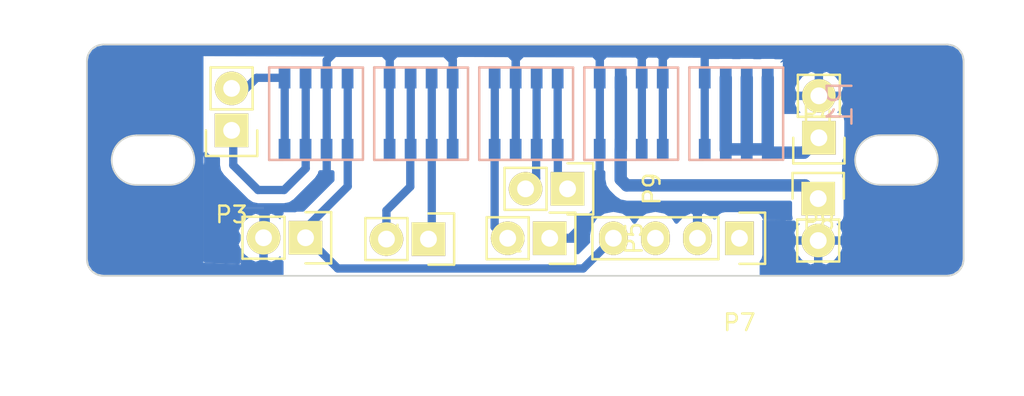
<source format=kicad_pcb>
(kicad_pcb (version 4) (host pcbnew 0.201509280901+6225~30~ubuntu14.04.1-product)

  (general
    (links 45)
    (no_connects 0)
    (area 118.201099 114.943599 171.301101 129.043601)
    (thickness 1.6)
    (drawings 96)
    (tracks 116)
    (zones 0)
    (modules 9)
    (nets 14)
  )

  (page A4)
  (layers
    (0 F.Cu signal)
    (31 B.Cu signal)
    (32 B.Adhes user)
    (33 F.Adhes user)
    (34 B.Paste user)
    (35 F.Paste user)
    (36 B.SilkS user)
    (37 F.SilkS user)
    (38 B.Mask user)
    (39 F.Mask user)
    (40 Dwgs.User user hide)
    (41 Cmts.User user hide)
    (42 Eco1.User user)
    (43 Eco2.User user)
    (44 Edge.Cuts user)
    (45 Margin user)
    (46 B.CrtYd user)
    (47 F.CrtYd user)
    (48 B.Fab user)
    (49 F.Fab user)
  )

  (setup
    (last_trace_width 0.254)
    (trace_clearance 0.254)
    (zone_clearance 0)
    (zone_45_only yes)
    (trace_min 0.254)
    (segment_width 0.2)
    (edge_width 0.1)
    (via_size 0.889)
    (via_drill 0.635)
    (via_min_size 0.889)
    (via_min_drill 0.508)
    (uvia_size 0.508)
    (uvia_drill 0.127)
    (uvias_allowed no)
    (uvia_min_size 0.508)
    (uvia_min_drill 0.127)
    (pcb_text_width 0.3)
    (pcb_text_size 1.5 1.5)
    (mod_edge_width 0.15)
    (mod_text_size 1 1)
    (mod_text_width 0.15)
    (pad_size 1.5 1.5)
    (pad_drill 0.6)
    (pad_to_mask_clearance 0)
    (aux_axis_origin 117.7 129.6)
    (visible_elements FFFFFF7F)
    (pcbplotparams
      (layerselection 0x01000_80000001)
      (usegerberextensions false)
      (excludeedgelayer true)
      (linewidth 0.100000)
      (plotframeref false)
      (viasonmask false)
      (mode 1)
      (useauxorigin true)
      (hpglpennumber 1)
      (hpglpenspeed 20)
      (hpglpendiameter 15)
      (hpglpenoverlay 2)
      (psnegative false)
      (psa4output false)
      (plotreference true)
      (plotvalue true)
      (plotinvisibletext false)
      (padsonsilk false)
      (subtractmaskfromsilk false)
      (outputformat 1)
      (mirror false)
      (drillshape 0)
      (scaleselection 1)
      (outputdirectory manufacturing))
  )

  (net 0 "")
  (net 1 GND)
  (net 2 "Net-(P1-Pad17)")
  (net 3 "Net-(P1-Pad19)")
  (net 4 "Net-(P1-Pad20)")
  (net 5 "Net-(P1-Pad7)")
  (net 6 "Net-(P1-Pad12)")
  (net 7 "Net-(P1-Pad14)")
  (net 8 "Net-(P1-Pad15)")
  (net 9 "Net-(P7-Pad1)")
  (net 10 "Net-(P7-Pad3)")
  (net 11 "Net-(P1-Pad1)")
  (net 12 "Net-(P1-Pad9)")
  (net 13 "Net-(P1-Pad10)")

  (net_class Default "This is the default net class."
    (clearance 0.254)
    (trace_width 0.254)
    (via_dia 0.889)
    (via_drill 0.635)
    (uvia_dia 0.508)
    (uvia_drill 0.127)
  )

  (net_class 3A ""
    (clearance 0.51)
    (trace_width 0.75)
    (via_dia 0.889)
    (via_drill 0.635)
    (uvia_dia 0.508)
    (uvia_drill 0.127)
    (add_net "Net-(P1-Pad1)")
    (add_net "Net-(P1-Pad7)")
  )

  (net_class thicker ""
    (clearance 0.51)
    (trace_width 0.5)
    (via_dia 0.889)
    (via_drill 0.635)
    (uvia_dia 0.508)
    (uvia_drill 0.127)
    (add_net GND)
    (add_net "Net-(P1-Pad10)")
    (add_net "Net-(P1-Pad12)")
    (add_net "Net-(P1-Pad14)")
    (add_net "Net-(P1-Pad15)")
    (add_net "Net-(P1-Pad17)")
    (add_net "Net-(P1-Pad19)")
    (add_net "Net-(P1-Pad20)")
    (add_net "Net-(P1-Pad9)")
    (add_net "Net-(P7-Pad1)")
    (add_net "Net-(P7-Pad3)")
  )

  (module Pin_Headers:Pin_Header_Straight_1x02 (layer F.Cu) (tedit 55F790AF) (tstamp 55F703AE)
    (at 131.47 126.69 270)
    (descr "Through hole pin header")
    (tags "pin header")
    (path /55F6D2AD)
    (fp_text reference P2 (at 0 -5.1 270) (layer F.SilkS)
      (effects (font (size 1 1) (thickness 0.15)))
    )
    (fp_text value 5VDC (at 3.35 1.47 360) (layer F.Fab)
      (effects (font (size 1 1) (thickness 0.15)))
    )
    (fp_line (start 1.27 1.27) (end 1.27 3.81) (layer F.SilkS) (width 0.15))
    (fp_line (start 1.55 -1.55) (end 1.55 0) (layer F.SilkS) (width 0.15))
    (fp_line (start -1.75 -1.75) (end -1.75 4.3) (layer F.CrtYd) (width 0.05))
    (fp_line (start 1.75 -1.75) (end 1.75 4.3) (layer F.CrtYd) (width 0.05))
    (fp_line (start -1.75 -1.75) (end 1.75 -1.75) (layer F.CrtYd) (width 0.05))
    (fp_line (start -1.75 4.3) (end 1.75 4.3) (layer F.CrtYd) (width 0.05))
    (fp_line (start 1.27 1.27) (end -1.27 1.27) (layer F.SilkS) (width 0.15))
    (fp_line (start -1.55 0) (end -1.55 -1.55) (layer F.SilkS) (width 0.15))
    (fp_line (start -1.55 -1.55) (end 1.55 -1.55) (layer F.SilkS) (width 0.15))
    (fp_line (start -1.27 1.27) (end -1.27 3.81) (layer F.SilkS) (width 0.15))
    (fp_line (start -1.27 3.81) (end 1.27 3.81) (layer F.SilkS) (width 0.15))
    (pad 1 thru_hole rect (at 0 0 270) (size 2.032 2.032) (drill 1.016) (layers *.Cu *.Mask F.SilkS)
      (net 2 "Net-(P1-Pad17)"))
    (pad 2 thru_hole oval (at 0 2.54 270) (size 2.032 2.032) (drill 1.016) (layers *.Cu *.Mask F.SilkS)
      (net 1 GND))
    (model Pin_Headers.3dshapes/Pin_Header_Straight_1x02.wrl
      (at (xyz 0 -0.05 0))
      (scale (xyz 1 1 1))
      (rotate (xyz 0 0 90))
    )
  )

  (module Pin_Headers:Pin_Header_Straight_1x02 (layer F.Cu) (tedit 55F790B6) (tstamp 55F703B4)
    (at 127 120.19 180)
    (descr "Through hole pin header")
    (tags "pin header")
    (path /55F6D2AB)
    (fp_text reference P3 (at 0 -5.1 180) (layer F.SilkS)
      (effects (font (size 1 1) (thickness 0.15)))
    )
    (fp_text value THERMISTOR (at 0.89 6.08 180) (layer F.Fab)
      (effects (font (size 1 1) (thickness 0.15)))
    )
    (fp_line (start 1.27 1.27) (end 1.27 3.81) (layer F.SilkS) (width 0.15))
    (fp_line (start 1.55 -1.55) (end 1.55 0) (layer F.SilkS) (width 0.15))
    (fp_line (start -1.75 -1.75) (end -1.75 4.3) (layer F.CrtYd) (width 0.05))
    (fp_line (start 1.75 -1.75) (end 1.75 4.3) (layer F.CrtYd) (width 0.05))
    (fp_line (start -1.75 -1.75) (end 1.75 -1.75) (layer F.CrtYd) (width 0.05))
    (fp_line (start -1.75 4.3) (end 1.75 4.3) (layer F.CrtYd) (width 0.05))
    (fp_line (start 1.27 1.27) (end -1.27 1.27) (layer F.SilkS) (width 0.15))
    (fp_line (start -1.55 0) (end -1.55 -1.55) (layer F.SilkS) (width 0.15))
    (fp_line (start -1.55 -1.55) (end 1.55 -1.55) (layer F.SilkS) (width 0.15))
    (fp_line (start -1.27 1.27) (end -1.27 3.81) (layer F.SilkS) (width 0.15))
    (fp_line (start -1.27 3.81) (end 1.27 3.81) (layer F.SilkS) (width 0.15))
    (pad 1 thru_hole rect (at 0 0 180) (size 2.032 2.032) (drill 1.016) (layers *.Cu *.Mask F.SilkS)
      (net 3 "Net-(P1-Pad19)"))
    (pad 2 thru_hole oval (at 0 2.54 180) (size 2.032 2.032) (drill 1.016) (layers *.Cu *.Mask F.SilkS)
      (net 4 "Net-(P1-Pad20)"))
    (model Pin_Headers.3dshapes/Pin_Header_Straight_1x02.wrl
      (at (xyz 0 -0.05 0))
      (scale (xyz 1 1 1))
      (rotate (xyz 0 0 90))
    )
  )

  (module Pin_Headers:Pin_Header_Straight_1x02 (layer F.Cu) (tedit 55F79039) (tstamp 55F703BA)
    (at 162.46 124.32)
    (descr "Through hole pin header")
    (tags "pin header")
    (path /55F6D2A9)
    (fp_text reference P4 (at 0 -5.1) (layer F.SilkS)
      (effects (font (size 1 1) (thickness 0.15)))
    )
    (fp_text value HEATER (at 4.54 1.27) (layer F.Fab)
      (effects (font (size 1 1) (thickness 0.15)))
    )
    (fp_line (start 1.27 1.27) (end 1.27 3.81) (layer F.SilkS) (width 0.15))
    (fp_line (start 1.55 -1.55) (end 1.55 0) (layer F.SilkS) (width 0.15))
    (fp_line (start -1.75 -1.75) (end -1.75 4.3) (layer F.CrtYd) (width 0.05))
    (fp_line (start 1.75 -1.75) (end 1.75 4.3) (layer F.CrtYd) (width 0.05))
    (fp_line (start -1.75 -1.75) (end 1.75 -1.75) (layer F.CrtYd) (width 0.05))
    (fp_line (start -1.75 4.3) (end 1.75 4.3) (layer F.CrtYd) (width 0.05))
    (fp_line (start 1.27 1.27) (end -1.27 1.27) (layer F.SilkS) (width 0.15))
    (fp_line (start -1.55 0) (end -1.55 -1.55) (layer F.SilkS) (width 0.15))
    (fp_line (start -1.55 -1.55) (end 1.55 -1.55) (layer F.SilkS) (width 0.15))
    (fp_line (start -1.27 1.27) (end -1.27 3.81) (layer F.SilkS) (width 0.15))
    (fp_line (start -1.27 3.81) (end 1.27 3.81) (layer F.SilkS) (width 0.15))
    (pad 1 thru_hole rect (at 0 0) (size 2.032 2.032) (drill 1.016) (layers *.Cu *.Mask F.SilkS)
      (net 5 "Net-(P1-Pad7)"))
    (pad 2 thru_hole oval (at 0 2.54) (size 2.032 2.032) (drill 1.016) (layers *.Cu *.Mask F.SilkS)
      (net 1 GND))
    (model Pin_Headers.3dshapes/Pin_Header_Straight_1x02.wrl
      (at (xyz 0 -0.05 0))
      (scale (xyz 1 1 1))
      (rotate (xyz 0 0 90))
    )
  )

  (module Pin_Headers:Pin_Header_Straight_1x02 (layer F.Cu) (tedit 55F7909F) (tstamp 55F703C0)
    (at 146.23 126.72 270)
    (descr "Through hole pin header")
    (tags "pin header")
    (path /55F6D2AA)
    (fp_text reference P5 (at 0 -5.1 270) (layer F.SilkS)
      (effects (font (size 1 1) (thickness 0.15)))
    )
    (fp_text value BLOWER (at 3.16 1.3 360) (layer F.Fab)
      (effects (font (size 1 1) (thickness 0.15)))
    )
    (fp_line (start 1.27 1.27) (end 1.27 3.81) (layer F.SilkS) (width 0.15))
    (fp_line (start 1.55 -1.55) (end 1.55 0) (layer F.SilkS) (width 0.15))
    (fp_line (start -1.75 -1.75) (end -1.75 4.3) (layer F.CrtYd) (width 0.05))
    (fp_line (start 1.75 -1.75) (end 1.75 4.3) (layer F.CrtYd) (width 0.05))
    (fp_line (start -1.75 -1.75) (end 1.75 -1.75) (layer F.CrtYd) (width 0.05))
    (fp_line (start -1.75 4.3) (end 1.75 4.3) (layer F.CrtYd) (width 0.05))
    (fp_line (start 1.27 1.27) (end -1.27 1.27) (layer F.SilkS) (width 0.15))
    (fp_line (start -1.55 0) (end -1.55 -1.55) (layer F.SilkS) (width 0.15))
    (fp_line (start -1.55 -1.55) (end 1.55 -1.55) (layer F.SilkS) (width 0.15))
    (fp_line (start -1.27 1.27) (end -1.27 3.81) (layer F.SilkS) (width 0.15))
    (fp_line (start -1.27 3.81) (end 1.27 3.81) (layer F.SilkS) (width 0.15))
    (pad 1 thru_hole rect (at 0 0 270) (size 2.032 2.032) (drill 1.016) (layers *.Cu *.Mask F.SilkS)
      (net 1 GND))
    (pad 2 thru_hole oval (at 0 2.54 270) (size 2.032 2.032) (drill 1.016) (layers *.Cu *.Mask F.SilkS)
      (net 6 "Net-(P1-Pad12)"))
    (model Pin_Headers.3dshapes/Pin_Header_Straight_1x02.wrl
      (at (xyz 0 -0.05 0))
      (scale (xyz 1 1 1))
      (rotate (xyz 0 0 90))
    )
  )

  (module Pin_Headers:Pin_Header_Straight_1x02 (layer F.Cu) (tedit 55F790A4) (tstamp 55F703C6)
    (at 138.9 126.77 270)
    (descr "Through hole pin header")
    (tags "pin header")
    (path /55F6D2AE)
    (fp_text reference P6 (at 0 -5.1 270) (layer F.SilkS)
      (effects (font (size 1 1) (thickness 0.15)))
    )
    (fp_text value I2C (at 3.19 1.28 360) (layer F.Fab)
      (effects (font (size 1 1) (thickness 0.15)))
    )
    (fp_line (start 1.27 1.27) (end 1.27 3.81) (layer F.SilkS) (width 0.15))
    (fp_line (start 1.55 -1.55) (end 1.55 0) (layer F.SilkS) (width 0.15))
    (fp_line (start -1.75 -1.75) (end -1.75 4.3) (layer F.CrtYd) (width 0.05))
    (fp_line (start 1.75 -1.75) (end 1.75 4.3) (layer F.CrtYd) (width 0.05))
    (fp_line (start -1.75 -1.75) (end 1.75 -1.75) (layer F.CrtYd) (width 0.05))
    (fp_line (start -1.75 4.3) (end 1.75 4.3) (layer F.CrtYd) (width 0.05))
    (fp_line (start 1.27 1.27) (end -1.27 1.27) (layer F.SilkS) (width 0.15))
    (fp_line (start -1.55 0) (end -1.55 -1.55) (layer F.SilkS) (width 0.15))
    (fp_line (start -1.55 -1.55) (end 1.55 -1.55) (layer F.SilkS) (width 0.15))
    (fp_line (start -1.27 1.27) (end -1.27 3.81) (layer F.SilkS) (width 0.15))
    (fp_line (start -1.27 3.81) (end 1.27 3.81) (layer F.SilkS) (width 0.15))
    (pad 1 thru_hole rect (at 0 0 270) (size 2.032 2.032) (drill 1.016) (layers *.Cu *.Mask F.SilkS)
      (net 7 "Net-(P1-Pad14)"))
    (pad 2 thru_hole oval (at 0 2.54 270) (size 2.032 2.032) (drill 1.016) (layers *.Cu *.Mask F.SilkS)
      (net 8 "Net-(P1-Pad15)"))
    (model Pin_Headers.3dshapes/Pin_Header_Straight_1x02.wrl
      (at (xyz 0 -0.05 0))
      (scale (xyz 1 1 1))
      (rotate (xyz 0 0 90))
    )
  )

  (module Socket_Strips:Socket_Strip_Straight_1x04 (layer F.Cu) (tedit 55F7909D) (tstamp 55F703CE)
    (at 157.7 126.72 180)
    (descr "Through hole socket strip")
    (tags "socket strip")
    (path /55F6D2AF)
    (fp_text reference P7 (at 0 -5.1 180) (layer F.SilkS)
      (effects (font (size 1 1) (thickness 0.15)))
    )
    (fp_text value Arduino_Mini_RAW_GND_RST_VCC (at -2.78 -3.09 180) (layer F.Fab)
      (effects (font (size 1 1) (thickness 0.15)))
    )
    (fp_line (start -1.75 -1.75) (end -1.75 1.75) (layer F.CrtYd) (width 0.05))
    (fp_line (start 9.4 -1.75) (end 9.4 1.75) (layer F.CrtYd) (width 0.05))
    (fp_line (start -1.75 -1.75) (end 9.4 -1.75) (layer F.CrtYd) (width 0.05))
    (fp_line (start -1.75 1.75) (end 9.4 1.75) (layer F.CrtYd) (width 0.05))
    (fp_line (start 1.27 -1.27) (end 8.89 -1.27) (layer F.SilkS) (width 0.15))
    (fp_line (start 1.27 1.27) (end 8.89 1.27) (layer F.SilkS) (width 0.15))
    (fp_line (start -1.55 1.55) (end 0 1.55) (layer F.SilkS) (width 0.15))
    (fp_line (start 8.89 -1.27) (end 8.89 1.27) (layer F.SilkS) (width 0.15))
    (fp_line (start 1.27 1.27) (end 1.27 -1.27) (layer F.SilkS) (width 0.15))
    (fp_line (start 0 -1.55) (end -1.55 -1.55) (layer F.SilkS) (width 0.15))
    (fp_line (start -1.55 -1.55) (end -1.55 1.55) (layer F.SilkS) (width 0.15))
    (pad 1 thru_hole rect (at 0 0 180) (size 1.7272 2.032) (drill 1.016) (layers *.Cu *.Mask F.SilkS)
      (net 9 "Net-(P7-Pad1)"))
    (pad 2 thru_hole oval (at 2.54 0 180) (size 1.7272 2.032) (drill 1.016) (layers *.Cu *.Mask F.SilkS)
      (net 1 GND))
    (pad 3 thru_hole oval (at 5.08 0 180) (size 1.7272 2.032) (drill 1.016) (layers *.Cu *.Mask F.SilkS)
      (net 10 "Net-(P7-Pad3)"))
    (pad 4 thru_hole oval (at 7.62 0 180) (size 1.7272 2.032) (drill 1.016) (layers *.Cu *.Mask F.SilkS)
      (net 2 "Net-(P1-Pad17)"))
    (model Socket_Strips.3dshapes/Socket_Strip_Straight_1x04.wrl
      (at (xyz 0.15 0 0))
      (scale (xyz 1 1 1))
      (rotate (xyz 0 0 180))
    )
  )

  (module fabtotum_head_connector:IntegratedBourns_smd (layer B.Cu) (tedit 553173F0) (tstamp 55F70C2D)
    (at 159.41 119.18 90)
    (path /55F6D637)
    (fp_text reference P1 (at 0.58 4.37 270) (layer B.SilkS)
      (effects (font (size 1.5 1.5) (thickness 0.15)) (justify mirror))
    )
    (fp_text value FABTOTUM_HEAD_CONNECTOR (at 4.02 -8.12 360) (layer B.Fab)
      (effects (font (size 1.5 1.5) (thickness 0.15)) (justify mirror))
    )
    (fp_line (start -2.79 0.92) (end -2.8 -4.74) (layer B.SilkS) (width 0.15))
    (fp_line (start -2.8 -4.74) (end 2.8 -4.74) (layer B.SilkS) (width 0.15))
    (fp_line (start 2.8 -4.74) (end 2.79 0.93) (layer B.SilkS) (width 0.15))
    (fp_line (start 2.79 0.93) (end -2.79 0.93) (layer B.SilkS) (width 0.15))
    (fp_line (start 2.79 -5.42) (end -2.79 -5.42) (layer B.SilkS) (width 0.15))
    (fp_line (start 2.79 -11.77) (end -2.79 -11.77) (layer B.SilkS) (width 0.15))
    (fp_line (start 2.79 -18.12) (end -2.79 -18.12) (layer B.SilkS) (width 0.15))
    (fp_line (start 2.79 -24.47) (end -2.79 -24.47) (layer B.SilkS) (width 0.15))
    (fp_line (start -2.79 -5.43) (end -2.8 -11.09) (layer B.SilkS) (width 0.15))
    (fp_line (start -2.79 -11.78) (end -2.8 -17.44) (layer B.SilkS) (width 0.15))
    (fp_line (start -2.79 -18.13) (end -2.8 -23.79) (layer B.SilkS) (width 0.15))
    (fp_line (start -2.79 -24.48) (end -2.8 -30.14) (layer B.SilkS) (width 0.15))
    (fp_line (start 2.8 -11.09) (end 2.79 -5.42) (layer B.SilkS) (width 0.15))
    (fp_line (start 2.8 -17.44) (end 2.79 -11.77) (layer B.SilkS) (width 0.15))
    (fp_line (start 2.8 -23.79) (end 2.79 -18.12) (layer B.SilkS) (width 0.15))
    (fp_line (start 2.8 -30.14) (end 2.79 -24.47) (layer B.SilkS) (width 0.15))
    (fp_line (start -2.8 -11.09) (end 2.8 -11.09) (layer B.SilkS) (width 0.15))
    (fp_line (start -2.8 -17.44) (end 2.8 -17.44) (layer B.SilkS) (width 0.15))
    (fp_line (start -2.8 -23.79) (end 2.8 -23.79) (layer B.SilkS) (width 0.15))
    (fp_line (start -2.8 -30.14) (end 2.8 -30.14) (layer B.SilkS) (width 0.15))
    (pad 4 smd rect (at -2.16 -3.81 90) (size 1.27 0.71) (layers B.Cu B.Paste B.Mask)
      (net 1 GND))
    (pad 4 smd rect (at 2.16 -3.81 90) (size 1.27 0.71) (layers B.Cu B.Paste B.Mask)
      (net 1 GND))
    (pad 3 smd rect (at -2.16 -2.54 90) (size 1.27 0.71) (layers B.Cu B.Paste B.Mask)
      (net 11 "Net-(P1-Pad1)"))
    (pad 3 smd rect (at 2.16 -2.54 90) (size 1.27 0.71) (layers B.Cu B.Paste B.Mask)
      (net 11 "Net-(P1-Pad1)"))
    (pad 2 smd rect (at -2.16 -1.27 90) (size 1.27 0.71) (layers B.Cu B.Paste B.Mask)
      (net 11 "Net-(P1-Pad1)"))
    (pad 2 smd rect (at 2.16 -1.27 90) (size 1.27 0.71) (layers B.Cu B.Paste B.Mask)
      (net 11 "Net-(P1-Pad1)"))
    (pad 1 smd rect (at -2.16 0 90) (size 1.27 0.71) (layers B.Cu B.Paste B.Mask)
      (net 11 "Net-(P1-Pad1)"))
    (pad 1 smd rect (at 2.16 0 90) (size 1.27 0.71) (layers B.Cu B.Paste B.Mask)
      (net 11 "Net-(P1-Pad1)"))
    (pad 5 smd rect (at -2.16 -6.35 90) (size 1.27 0.71) (layers B.Cu B.Paste B.Mask)
      (net 1 GND))
    (pad 9 smd rect (at -2.16 -12.7 90) (size 1.27 0.71) (layers B.Cu B.Paste B.Mask)
      (net 12 "Net-(P1-Pad9)"))
    (pad 13 smd rect (at -2.16 -19.05 90) (size 1.27 0.71) (layers B.Cu B.Paste B.Mask)
      (net 1 GND))
    (pad 17 smd rect (at -2.16 -25.4 90) (size 1.27 0.71) (layers B.Cu B.Paste B.Mask)
      (net 2 "Net-(P1-Pad17)"))
    (pad 6 smd rect (at -2.16 -7.62 90) (size 1.27 0.71) (layers B.Cu B.Paste B.Mask)
      (net 1 GND))
    (pad 10 smd rect (at -2.16 -13.97 90) (size 1.27 0.71) (layers B.Cu B.Paste B.Mask)
      (net 13 "Net-(P1-Pad10)"))
    (pad 14 smd rect (at -2.16 -20.32 90) (size 1.27 0.71) (layers B.Cu B.Paste B.Mask)
      (net 7 "Net-(P1-Pad14)"))
    (pad 18 smd rect (at -2.16 -26.67 90) (size 1.27 0.71) (layers B.Cu B.Paste B.Mask)
      (net 1 GND))
    (pad 7 smd rect (at -2.16 -8.89 90) (size 1.27 0.71) (layers B.Cu B.Paste B.Mask)
      (net 5 "Net-(P1-Pad7)"))
    (pad 11 smd rect (at -2.16 -15.24 90) (size 1.27 0.71) (layers B.Cu B.Paste B.Mask)
      (net 1 GND))
    (pad 15 smd rect (at -2.16 -21.59 90) (size 1.27 0.71) (layers B.Cu B.Paste B.Mask)
      (net 8 "Net-(P1-Pad15)"))
    (pad 19 smd rect (at -2.16 -27.94 90) (size 1.27 0.71) (layers B.Cu B.Paste B.Mask)
      (net 3 "Net-(P1-Pad19)"))
    (pad 8 smd rect (at -2.16 -10.16 90) (size 1.27 0.71) (layers B.Cu B.Paste B.Mask)
      (net 1 GND))
    (pad 12 smd rect (at -2.16 -16.51 90) (size 1.27 0.71) (layers B.Cu B.Paste B.Mask)
      (net 6 "Net-(P1-Pad12)"))
    (pad 16 smd rect (at -2.16 -22.86 90) (size 1.27 0.71) (layers B.Cu B.Paste B.Mask)
      (net 1 GND))
    (pad 20 smd rect (at -2.16 -29.21 90) (size 1.27 0.71) (layers B.Cu B.Paste B.Mask)
      (net 4 "Net-(P1-Pad20)"))
    (pad 5 smd rect (at 2.16 -6.35 90) (size 1.27 0.71) (layers B.Cu B.Paste B.Mask)
      (net 1 GND))
    (pad 9 smd rect (at 2.16 -12.7 90) (size 1.27 0.71) (layers B.Cu B.Paste B.Mask)
      (net 12 "Net-(P1-Pad9)"))
    (pad 13 smd rect (at 2.16 -19.05 90) (size 1.27 0.71) (layers B.Cu B.Paste B.Mask)
      (net 1 GND))
    (pad 17 smd rect (at 2.16 -25.4 90) (size 1.27 0.71) (layers B.Cu B.Paste B.Mask)
      (net 2 "Net-(P1-Pad17)"))
    (pad 6 smd rect (at 2.16 -7.62 90) (size 1.27 0.71) (layers B.Cu B.Paste B.Mask)
      (net 1 GND))
    (pad 10 smd rect (at 2.16 -13.97 90) (size 1.27 0.71) (layers B.Cu B.Paste B.Mask)
      (net 13 "Net-(P1-Pad10)"))
    (pad 14 smd rect (at 2.16 -20.32 90) (size 1.27 0.71) (layers B.Cu B.Paste B.Mask)
      (net 7 "Net-(P1-Pad14)"))
    (pad 18 smd rect (at 2.16 -26.67 90) (size 1.27 0.71) (layers B.Cu B.Paste B.Mask)
      (net 1 GND))
    (pad 7 smd rect (at 2.16 -8.89 90) (size 1.27 0.71) (layers B.Cu B.Paste B.Mask)
      (net 5 "Net-(P1-Pad7)"))
    (pad 11 smd rect (at 2.16 -15.24 90) (size 1.27 0.71) (layers B.Cu B.Paste B.Mask)
      (net 1 GND))
    (pad 15 smd rect (at 2.16 -21.59 90) (size 1.27 0.71) (layers B.Cu B.Paste B.Mask)
      (net 8 "Net-(P1-Pad15)"))
    (pad 19 smd rect (at 2.16 -27.94 90) (size 1.27 0.71) (layers B.Cu B.Paste B.Mask)
      (net 3 "Net-(P1-Pad19)"))
    (pad 8 smd rect (at 2.16 -10.16 90) (size 1.27 0.71) (layers B.Cu B.Paste B.Mask)
      (net 1 GND))
    (pad 12 smd rect (at 2.16 -16.51 90) (size 1.27 0.71) (layers B.Cu B.Paste B.Mask)
      (net 6 "Net-(P1-Pad12)"))
    (pad 16 smd rect (at 2.16 -22.86 90) (size 1.27 0.71) (layers B.Cu B.Paste B.Mask)
      (net 1 GND))
    (pad 20 smd rect (at 2.16 -29.21 90) (size 1.27 0.71) (layers B.Cu B.Paste B.Mask)
      (net 4 "Net-(P1-Pad20)"))
    (model /store/kicad_projects/FABHeadLibraries/fabtotum_head_connector.pretty/IntegratedBourns_5.wrl
      (at (xyz -0.08500000000000001 0 0))
      (scale (xyz 0.3937 0.3937 0.3937))
      (rotate (xyz 0 0 0))
    )
  )

  (module Pin_Headers:Pin_Header_Straight_1x02 (layer F.Cu) (tedit 55F79040) (tstamp 55F70C33)
    (at 162.5 120.64 180)
    (descr "Through hole pin header")
    (tags "pin header")
    (path /55F6D87A)
    (fp_text reference P8 (at 0 -5.1 180) (layer F.SilkS)
      (effects (font (size 1 1) (thickness 0.15)))
    )
    (fp_text value 24VDC (at -4.58 2.73 180) (layer F.Fab)
      (effects (font (size 1 1) (thickness 0.15)))
    )
    (fp_line (start 1.27 1.27) (end 1.27 3.81) (layer F.SilkS) (width 0.15))
    (fp_line (start 1.55 -1.55) (end 1.55 0) (layer F.SilkS) (width 0.15))
    (fp_line (start -1.75 -1.75) (end -1.75 4.3) (layer F.CrtYd) (width 0.05))
    (fp_line (start 1.75 -1.75) (end 1.75 4.3) (layer F.CrtYd) (width 0.05))
    (fp_line (start -1.75 -1.75) (end 1.75 -1.75) (layer F.CrtYd) (width 0.05))
    (fp_line (start -1.75 4.3) (end 1.75 4.3) (layer F.CrtYd) (width 0.05))
    (fp_line (start 1.27 1.27) (end -1.27 1.27) (layer F.SilkS) (width 0.15))
    (fp_line (start -1.55 0) (end -1.55 -1.55) (layer F.SilkS) (width 0.15))
    (fp_line (start -1.55 -1.55) (end 1.55 -1.55) (layer F.SilkS) (width 0.15))
    (fp_line (start -1.27 1.27) (end -1.27 3.81) (layer F.SilkS) (width 0.15))
    (fp_line (start -1.27 3.81) (end 1.27 3.81) (layer F.SilkS) (width 0.15))
    (pad 1 thru_hole rect (at 0 0 180) (size 2.032 2.032) (drill 1.016) (layers *.Cu *.Mask F.SilkS)
      (net 11 "Net-(P1-Pad1)"))
    (pad 2 thru_hole oval (at 0 2.54 180) (size 2.032 2.032) (drill 1.016) (layers *.Cu *.Mask F.SilkS)
      (net 1 GND))
    (model Pin_Headers.3dshapes/Pin_Header_Straight_1x02.wrl
      (at (xyz 0 -0.05 0))
      (scale (xyz 1 1 1))
      (rotate (xyz 0 0 90))
    )
  )

  (module Pin_Headers:Pin_Header_Straight_1x02 (layer F.Cu) (tedit 54EA090C) (tstamp 55F79890)
    (at 147.31 123.73 270)
    (descr "Through hole pin header")
    (tags "pin header")
    (path /55F79694)
    (fp_text reference P9 (at 0 -5.1 270) (layer F.SilkS)
      (effects (font (size 1 1) (thickness 0.15)))
    )
    (fp_text value SERVO1 (at 0 -3.1 270) (layer F.Fab)
      (effects (font (size 1 1) (thickness 0.15)))
    )
    (fp_line (start 1.27 1.27) (end 1.27 3.81) (layer F.SilkS) (width 0.15))
    (fp_line (start 1.55 -1.55) (end 1.55 0) (layer F.SilkS) (width 0.15))
    (fp_line (start -1.75 -1.75) (end -1.75 4.3) (layer F.CrtYd) (width 0.05))
    (fp_line (start 1.75 -1.75) (end 1.75 4.3) (layer F.CrtYd) (width 0.05))
    (fp_line (start -1.75 -1.75) (end 1.75 -1.75) (layer F.CrtYd) (width 0.05))
    (fp_line (start -1.75 4.3) (end 1.75 4.3) (layer F.CrtYd) (width 0.05))
    (fp_line (start 1.27 1.27) (end -1.27 1.27) (layer F.SilkS) (width 0.15))
    (fp_line (start -1.55 0) (end -1.55 -1.55) (layer F.SilkS) (width 0.15))
    (fp_line (start -1.55 -1.55) (end 1.55 -1.55) (layer F.SilkS) (width 0.15))
    (fp_line (start -1.27 1.27) (end -1.27 3.81) (layer F.SilkS) (width 0.15))
    (fp_line (start -1.27 3.81) (end 1.27 3.81) (layer F.SilkS) (width 0.15))
    (pad 1 thru_hole rect (at 0 0 270) (size 2.032 2.032) (drill 1.016) (layers *.Cu *.Mask F.SilkS)
      (net 12 "Net-(P1-Pad9)"))
    (pad 2 thru_hole oval (at 0 2.54 270) (size 2.032 2.032) (drill 1.016) (layers *.Cu *.Mask F.SilkS)
      (net 13 "Net-(P1-Pad10)"))
    (model Pin_Headers.3dshapes/Pin_Header_Straight_1x02.wrl
      (at (xyz 0 -0.05 0))
      (scale (xyz 1 1 1))
      (rotate (xyz 0 0 90))
    )
  )

  (gr_arc (start 166.1911 121.9836) (end 166.1911 120.4836) (angle -180) (layer Edge.Cuts) (width 0.1) (tstamp 55F51B05))
  (gr_line (start 166.1911 123.4836) (end 168.1911 123.4836) (layer Edge.Cuts) (width 0.1) (tstamp 55F51B04))
  (gr_arc (start 168.1911 121.9836) (end 168.1911 123.4836) (angle -180) (layer Edge.Cuts) (width 0.1) (tstamp 55F51B03))
  (gr_line (start 166.1911 120.4836) (end 168.1911 120.4836) (layer Edge.Cuts) (width 0.1) (tstamp 55F51B02))
  (gr_line (start 158.5111 117.7936) (end 157.7611 117.7936) (layer Dwgs.User) (width 0.1))
  (gr_line (start 157.7611 117.7936) (end 157.7611 122.7936) (layer Dwgs.User) (width 0.1))
  (gr_line (start 157.7611 122.7936) (end 158.5111 122.7936) (layer Dwgs.User) (width 0.1))
  (gr_line (start 158.5111 122.7936) (end 158.5111 117.7936) (layer Dwgs.User) (width 0.1))
  (gr_line (start 159.7811 122.7936) (end 159.7811 117.7936) (layer Dwgs.User) (width 0.1))
  (gr_line (start 159.7811 117.7936) (end 159.0311 117.7936) (layer Dwgs.User) (width 0.1))
  (gr_line (start 159.0311 117.7936) (end 159.0311 122.7936) (layer Dwgs.User) (width 0.1))
  (gr_line (start 159.0311 122.7936) (end 159.7811 122.7936) (layer Dwgs.User) (width 0.1))
  (gr_line (start 130.5711 117.7936) (end 129.8211 117.7936) (layer Dwgs.User) (width 0.1))
  (gr_line (start 129.8211 117.7936) (end 129.8211 122.7936) (layer Dwgs.User) (width 0.1))
  (gr_line (start 129.8211 122.7936) (end 130.5711 122.7936) (layer Dwgs.User) (width 0.1))
  (gr_line (start 130.5711 122.7936) (end 130.5711 117.7936) (layer Dwgs.User) (width 0.1))
  (gr_line (start 131.0911 117.7936) (end 131.0911 122.7936) (layer Dwgs.User) (width 0.1))
  (gr_line (start 131.0911 122.7936) (end 131.8411 122.7936) (layer Dwgs.User) (width 0.1))
  (gr_line (start 131.8411 122.7936) (end 131.8411 117.7936) (layer Dwgs.User) (width 0.1))
  (gr_line (start 131.8411 117.7936) (end 131.0911 117.7936) (layer Dwgs.User) (width 0.1))
  (gr_line (start 134.3811 122.7936) (end 134.3811 117.7936) (layer Dwgs.User) (width 0.1))
  (gr_line (start 134.3811 117.7936) (end 133.6311 117.7936) (layer Dwgs.User) (width 0.1))
  (gr_line (start 133.6311 117.7936) (end 133.6311 122.7936) (layer Dwgs.User) (width 0.1))
  (gr_line (start 133.6311 122.7936) (end 134.3811 122.7936) (layer Dwgs.User) (width 0.1))
  (gr_line (start 132.3611 122.7936) (end 133.1111 122.7936) (layer Dwgs.User) (width 0.1))
  (gr_line (start 133.1111 122.7936) (end 133.1111 117.7936) (layer Dwgs.User) (width 0.1))
  (gr_line (start 133.1111 117.7936) (end 132.3611 117.7936) (layer Dwgs.User) (width 0.1))
  (gr_line (start 132.3611 117.7936) (end 132.3611 122.7936) (layer Dwgs.User) (width 0.1))
  (gr_line (start 136.1711 117.7936) (end 136.1711 122.7936) (layer Dwgs.User) (width 0.1))
  (gr_line (start 136.1711 122.7936) (end 136.9211 122.7936) (layer Dwgs.User) (width 0.1))
  (gr_line (start 136.9211 122.7936) (end 136.9211 117.7936) (layer Dwgs.User) (width 0.1))
  (gr_line (start 136.9211 117.7936) (end 136.1711 117.7936) (layer Dwgs.User) (width 0.1))
  (gr_line (start 153.4311 122.7936) (end 153.4311 117.7936) (layer Dwgs.User) (width 0.1))
  (gr_line (start 153.4311 117.7936) (end 152.6811 117.7936) (layer Dwgs.User) (width 0.1))
  (gr_line (start 152.6811 117.7936) (end 152.6811 122.7936) (layer Dwgs.User) (width 0.1))
  (gr_line (start 152.6811 122.7936) (end 153.4311 122.7936) (layer Dwgs.User) (width 0.1))
  (gr_line (start 151.4111 122.7936) (end 152.1611 122.7936) (layer Dwgs.User) (width 0.1))
  (gr_line (start 152.1611 122.7936) (end 152.1611 117.7936) (layer Dwgs.User) (width 0.1))
  (gr_line (start 152.1611 117.7936) (end 151.4111 117.7936) (layer Dwgs.User) (width 0.1))
  (gr_line (start 151.4111 117.7936) (end 151.4111 122.7936) (layer Dwgs.User) (width 0.1))
  (gr_line (start 155.9711 122.7936) (end 155.9711 117.7936) (layer Dwgs.User) (width 0.1))
  (gr_line (start 155.9711 117.7936) (end 155.2211 117.7936) (layer Dwgs.User) (width 0.1))
  (gr_line (start 155.2211 117.7936) (end 155.2211 122.7936) (layer Dwgs.User) (width 0.1))
  (gr_line (start 155.2211 122.7936) (end 155.9711 122.7936) (layer Dwgs.User) (width 0.1))
  (gr_line (start 157.2411 117.7936) (end 156.4911 117.7936) (layer Dwgs.User) (width 0.1))
  (gr_line (start 156.4911 117.7936) (end 156.4911 122.7936) (layer Dwgs.User) (width 0.1))
  (gr_line (start 156.4911 122.7936) (end 157.2411 122.7936) (layer Dwgs.User) (width 0.1))
  (gr_line (start 157.2411 122.7936) (end 157.2411 117.7936) (layer Dwgs.User) (width 0.1))
  (gr_line (start 142.5211 122.7936) (end 143.2711 122.7936) (layer Dwgs.User) (width 0.1))
  (gr_line (start 143.2711 122.7936) (end 143.2711 117.7936) (layer Dwgs.User) (width 0.1))
  (gr_line (start 143.2711 117.7936) (end 142.5211 117.7936) (layer Dwgs.User) (width 0.1))
  (gr_line (start 142.5211 117.7936) (end 142.5211 122.7936) (layer Dwgs.User) (width 0.1))
  (gr_line (start 138.7111 117.7936) (end 138.7111 122.7936) (layer Dwgs.User) (width 0.1))
  (gr_line (start 138.7111 122.7936) (end 139.4611 122.7936) (layer Dwgs.User) (width 0.1))
  (gr_line (start 139.4611 122.7936) (end 139.4611 117.7936) (layer Dwgs.User) (width 0.1))
  (gr_line (start 139.4611 117.7936) (end 138.7111 117.7936) (layer Dwgs.User) (width 0.1))
  (gr_line (start 139.9811 122.7936) (end 140.7311 122.7936) (layer Dwgs.User) (width 0.1))
  (gr_line (start 140.7311 122.7936) (end 140.7311 117.7936) (layer Dwgs.User) (width 0.1))
  (gr_line (start 140.7311 117.7936) (end 139.9811 117.7936) (layer Dwgs.User) (width 0.1))
  (gr_line (start 139.9811 117.7936) (end 139.9811 122.7936) (layer Dwgs.User) (width 0.1))
  (gr_line (start 137.4411 117.7936) (end 137.4411 122.7936) (layer Dwgs.User) (width 0.1))
  (gr_line (start 137.4411 122.7936) (end 138.1911 122.7936) (layer Dwgs.User) (width 0.1))
  (gr_line (start 138.1911 122.7936) (end 138.1911 117.7936) (layer Dwgs.User) (width 0.1))
  (gr_line (start 138.1911 117.7936) (end 137.4411 117.7936) (layer Dwgs.User) (width 0.1))
  (gr_line (start 143.7911 122.7936) (end 144.5411 122.7936) (layer Dwgs.User) (width 0.1))
  (gr_line (start 144.5411 122.7936) (end 144.5411 117.7936) (layer Dwgs.User) (width 0.1))
  (gr_line (start 144.5411 117.7936) (end 143.7911 117.7936) (layer Dwgs.User) (width 0.1))
  (gr_line (start 143.7911 117.7936) (end 143.7911 122.7936) (layer Dwgs.User) (width 0.1))
  (gr_line (start 145.8111 122.7936) (end 145.8111 117.7936) (layer Dwgs.User) (width 0.1))
  (gr_line (start 145.8111 117.7936) (end 145.0611 117.7936) (layer Dwgs.User) (width 0.1))
  (gr_line (start 145.0611 117.7936) (end 145.0611 122.7936) (layer Dwgs.User) (width 0.1))
  (gr_line (start 145.0611 122.7936) (end 145.8111 122.7936) (layer Dwgs.User) (width 0.1))
  (gr_line (start 146.3311 122.7936) (end 147.0811 122.7936) (layer Dwgs.User) (width 0.1))
  (gr_line (start 147.0811 122.7936) (end 147.0811 117.7936) (layer Dwgs.User) (width 0.1))
  (gr_line (start 147.0811 117.7936) (end 146.3311 117.7936) (layer Dwgs.User) (width 0.1))
  (gr_line (start 146.3311 117.7936) (end 146.3311 122.7936) (layer Dwgs.User) (width 0.1))
  (gr_line (start 149.6211 117.7936) (end 148.8711 117.7936) (layer Dwgs.User) (width 0.1))
  (gr_line (start 148.8711 117.7936) (end 148.8711 122.7936) (layer Dwgs.User) (width 0.1))
  (gr_line (start 148.8711 122.7936) (end 149.6211 122.7936) (layer Dwgs.User) (width 0.1))
  (gr_line (start 149.6211 122.7936) (end 149.6211 117.7936) (layer Dwgs.User) (width 0.1))
  (gr_line (start 150.8911 117.7936) (end 150.1411 117.7936) (layer Dwgs.User) (width 0.1))
  (gr_line (start 150.1411 117.7936) (end 150.1411 122.7936) (layer Dwgs.User) (width 0.1))
  (gr_line (start 150.1411 122.7936) (end 150.8911 122.7936) (layer Dwgs.User) (width 0.1))
  (gr_line (start 150.8911 122.7936) (end 150.8911 117.7936) (layer Dwgs.User) (width 0.1))
  (gr_line (start 121.2511 120.4936) (end 123.2511 120.4936) (layer Edge.Cuts) (width 0.1))
  (gr_arc (start 123.2511 121.9936) (end 123.2511 123.4936) (angle -180) (layer Edge.Cuts) (width 0.1))
  (gr_line (start 121.2511 123.4936) (end 123.2511 123.4936) (layer Edge.Cuts) (width 0.1))
  (gr_arc (start 121.2511 121.9936) (end 121.2511 120.4936) (angle -180) (layer Edge.Cuts) (width 0.1))
  (gr_line (start 170.2511 114.9936) (end 119.2511 114.9936) (layer Edge.Cuts) (width 0.1))
  (gr_arc (start 170.2511 115.9936) (end 171.2511 115.9936) (angle -90) (layer Edge.Cuts) (width 0.1))
  (gr_arc (start 119.2511 115.9936) (end 119.2511 114.9936) (angle -90) (layer Edge.Cuts) (width 0.1))
  (gr_line (start 171.2511 127.9936) (end 171.2511 115.9936) (layer Edge.Cuts) (width 0.1))
  (gr_line (start 118.2511 115.9936) (end 118.2511 127.9936) (layer Edge.Cuts) (width 0.1))
  (gr_arc (start 170.2511 127.9936) (end 170.2511 128.9936) (angle -90) (layer Edge.Cuts) (width 0.1))
  (gr_arc (start 119.2511 127.9936) (end 118.2511 127.9936) (angle -90) (layer Edge.Cuts) (width 0.1))
  (gr_line (start 119.2511 128.9936) (end 170.2511 128.9936) (layer Edge.Cuts) (width 0.1))

  (segment (start 146.23 126.72) (end 147.45 126.72) (width 0.5) (layer B.Cu) (net 1))
  (segment (start 147.45 126.72) (end 149.645 124.525) (width 0.5) (layer B.Cu) (net 1) (tstamp 55F79B24))
  (segment (start 149.25 121.34) (end 149.25 124.13) (width 0.5) (layer B.Cu) (net 1))
  (segment (start 155.16 125.15) (end 155.16 126.72) (width 0.5) (layer B.Cu) (net 1) (tstamp 55F79ACA))
  (segment (start 154.88 124.87) (end 155.16 125.15) (width 0.5) (layer B.Cu) (net 1) (tstamp 55F79AC9))
  (segment (start 149.99 124.87) (end 154.88 124.87) (width 0.5) (layer B.Cu) (net 1) (tstamp 55F79AC8))
  (segment (start 149.25 124.13) (end 149.645 124.525) (width 0.5) (layer B.Cu) (net 1) (tstamp 55F79AC7))
  (segment (start 149.645 124.525) (end 149.99 124.87) (width 0.5) (layer B.Cu) (net 1) (tstamp 55F79B2B))
  (segment (start 151.79 117.02) (end 151.79 115.81) (width 0.5) (layer B.Cu) (net 1))
  (segment (start 153.07 115.78) (end 153.07 117.01) (width 0.5) (layer B.Cu) (net 1) (tstamp 55F793DB))
  (segment (start 152.81 115.52) (end 153.07 115.78) (width 0.5) (layer B.Cu) (net 1) (tstamp 55F793D8))
  (segment (start 152.08 115.52) (end 152.81 115.52) (width 0.5) (layer B.Cu) (net 1) (tstamp 55F793D5))
  (segment (start 151.79 115.81) (end 152.08 115.52) (width 0.5) (layer B.Cu) (net 1) (tstamp 55F793D4))
  (segment (start 153.07 117.01) (end 153.06 117.02) (width 0.5) (layer B.Cu) (net 1) (tstamp 55F793DD))
  (segment (start 140.36 117.02) (end 140.36 115.74) (width 0.5) (layer B.Cu) (net 1))
  (segment (start 144.17 115.87) (end 144.17 117.02) (width 0.5) (layer B.Cu) (net 1) (tstamp 55F793D1))
  (segment (start 143.75 115.45) (end 144.17 115.87) (width 0.5) (layer B.Cu) (net 1) (tstamp 55F793CE))
  (segment (start 140.65 115.45) (end 143.75 115.45) (width 0.5) (layer B.Cu) (net 1) (tstamp 55F793CA))
  (segment (start 140.36 115.74) (end 140.65 115.45) (width 0.5) (layer B.Cu) (net 1) (tstamp 55F793C5))
  (segment (start 155.6 121.34) (end 155.6 117.02) (width 0.5) (layer B.Cu) (net 1))
  (segment (start 155.6 117.02) (end 155.6 115.5) (width 0.5) (layer B.Cu) (net 1) (tstamp 55F78F5E))
  (segment (start 149.26 117.01) (end 149.26 121.310002) (width 0.5) (layer B.Cu) (net 1))
  (segment (start 149.26 121.310002) (end 149.279998 121.33) (width 0.5) (layer B.Cu) (net 1) (tstamp 55D5F53F))
  (segment (start 149.279998 121.33) (end 149.26 121.33) (width 0.5) (layer B.Cu) (net 1) (tstamp 55D5F541))
  (segment (start 149.26 116.76) (end 149.26 115.84) (width 0.5) (layer B.Cu) (net 1))
  (segment (start 149.26 115.84) (end 149.6 115.5) (width 0.5) (layer B.Cu) (net 1) (tstamp 55D5E386))
  (segment (start 149.6 115.5) (end 151.5 115.5) (width 0.5) (layer B.Cu) (net 1) (tstamp 55D5E387))
  (segment (start 151.5 115.5) (end 151.8 115.8) (width 0.5) (layer B.Cu) (net 1) (tstamp 55D5E389))
  (segment (start 148.9 115.5) (end 149.26 115.86) (width 0.5) (layer B.Cu) (net 1) (tstamp 55D5E380))
  (segment (start 149.26 115.86) (end 149.26 116.76) (width 0.5) (layer B.Cu) (net 1) (tstamp 55D5E383))
  (segment (start 144.56 115.5) (end 148.9 115.5) (width 0.5) (layer B.Cu) (net 1) (tstamp 55D5E37F))
  (segment (start 151.8 115.8) (end 151.8 116.76) (width 0.5) (layer B.Cu) (net 1) (tstamp 55D5E38A))
  (segment (start 151.8 116.76) (end 151.8 121.08) (width 0.5) (layer B.Cu) (net 1) (tstamp 55D5E321))
  (segment (start 151.7 116.66) (end 151.8 116.76) (width 0.254) (layer B.Cu) (net 1) (tstamp 55D5E320))
  (segment (start 151.8 116.76) (end 151.8 115.8) (width 0.254) (layer B.Cu) (net 1))
  (segment (start 144.18 116.76) (end 144.18 115.88) (width 0.254) (layer B.Cu) (net 1))
  (segment (start 144.18 115.88) (end 144.56 115.5) (width 0.5) (layer B.Cu) (net 1) (tstamp 55D5E37E))
  (segment (start 144.18 115.88) (end 144.18 121.08) (width 0.5) (layer B.Cu) (net 1) (tstamp 55D5E30F))
  (segment (start 155.6 115.5) (end 153.4 115.5) (width 0.5) (layer B.Cu) (net 1) (tstamp 55D5E733))
  (segment (start 153.4 115.5) (end 153.07 115.83) (width 0.5) (layer B.Cu) (net 1) (tstamp 55D5E3A4))
  (segment (start 153.07 115.83) (end 153.07 116.76) (width 0.5) (layer B.Cu) (net 1) (tstamp 55D5E3A5))
  (segment (start 153.07 121.08) (end 153.07 116.76) (width 0.5) (layer B.Cu) (net 1))
  (segment (start 129.06 125.14) (end 129.06 126.7) (width 0.5) (layer B.Cu) (net 1) (tstamp 55D6120A))
  (segment (start 129.3 124.9) (end 129.06 125.14) (width 0.5) (layer B.Cu) (net 1) (tstamp 55D61205))
  (segment (start 130.8 124.9) (end 129.3 124.9) (width 0.5) (layer B.Cu) (net 1) (tstamp 55D61201))
  (segment (start 132.75 122.95) (end 130.8 124.9) (width 0.5) (layer B.Cu) (net 1) (tstamp 55D611F6))
  (segment (start 140.37 115.97) (end 140.37 116.76) (width 0.5) (layer B.Cu) (net 1) (tstamp 55D5E301))
  (segment (start 140.37 116.76) (end 140.37 121.08) (width 0.5) (layer B.Cu) (net 1))
  (segment (start 139.92 115.52) (end 140.37 115.97) (width 0.5) (layer B.Cu) (net 1) (tstamp 55D5E2FC))
  (segment (start 132.75 121.33) (end 132.75 122.95) (width 0.5) (layer B.Cu) (net 1))
  (segment (start 132.75 116.76) (end 132.75 121.08) (width 0.5) (layer B.Cu) (net 1))
  (segment (start 132.75 121.08) (end 132.7 121.13) (width 0.254) (layer B.Cu) (net 1) (tstamp 55D5E261))
  (segment (start 132.75 115.95) (end 133.2 115.5) (width 0.5) (layer B.Cu) (net 1) (tstamp 55D5E2EC))
  (segment (start 132.75 116.76) (end 132.75 115.95) (width 0.5) (layer B.Cu) (net 1))
  (segment (start 136.2 115.5) (end 136.56 115.86) (width 0.5) (layer B.Cu) (net 1) (tstamp 55D5E2F1))
  (segment (start 133.2 115.5) (end 136.2 115.5) (width 0.5) (layer B.Cu) (net 1) (tstamp 55D5E2EF))
  (segment (start 136.9 115.52) (end 139.92 115.52) (width 0.5) (layer B.Cu) (net 1) (tstamp 55D5E2FA))
  (segment (start 136.56 115.86) (end 136.9 115.52) (width 0.5) (layer B.Cu) (net 1) (tstamp 55D5E2F9))
  (segment (start 136.56 121.08) (end 136.56 116.76) (width 0.5) (layer B.Cu) (net 1))
  (segment (start 136.56 116.76) (end 136.56 115.86) (width 0.5) (layer B.Cu) (net 1))
  (segment (start 131.47 126.69) (end 131.56 126.69) (width 0.5) (layer B.Cu) (net 2))
  (segment (start 131.56 126.69) (end 133.42 128.55) (width 0.5) (layer B.Cu) (net 2) (tstamp 55F78D27))
  (segment (start 148.25 128.55) (end 150.08 126.72) (width 0.5) (layer B.Cu) (net 2) (tstamp 55F78D34))
  (segment (start 133.42 128.55) (end 148.25 128.55) (width 0.5) (layer B.Cu) (net 2) (tstamp 55F78D29))
  (segment (start 131.47 126.69) (end 131.47 126.94) (width 0.5) (layer B.Cu) (net 2))
  (segment (start 131.47 126.69) (end 131.47 126.78) (width 0.254) (layer B.Cu) (net 2))
  (segment (start 134.02 121.33) (end 134.02 123.58) (width 0.5) (layer B.Cu) (net 2))
  (segment (start 134.02 116.76) (end 134.02 121.08) (width 0.5) (layer B.Cu) (net 2))
  (segment (start 134.02 121.08) (end 134 121.1) (width 0.254) (layer B.Cu) (net 2) (tstamp 55D5E270))
  (segment (start 134.02 123.58) (end 131.6 126) (width 0.5) (layer B.Cu) (net 2) (tstamp 55D5F1E8))
  (segment (start 131.6 126) (end 131.6 126.7) (width 0.5) (layer B.Cu) (net 2) (tstamp 55D5F1EB))
  (segment (start 131.48 121.33) (end 131.48 122.491642) (width 0.5) (layer B.Cu) (net 3))
  (segment (start 131.48 122.491642) (end 130.171642 123.8) (width 0.5) (layer B.Cu) (net 3) (tstamp 55D6120E))
  (segment (start 131.48 121.08) (end 131.48 116.76) (width 0.5) (layer B.Cu) (net 3))
  (segment (start 130.171642 123.8) (end 128.6 123.8) (width 0.5) (layer B.Cu) (net 3) (tstamp 55D61219))
  (segment (start 128.6 123.8) (end 127.1 122.3) (width 0.5) (layer B.Cu) (net 3) (tstamp 55D6121E))
  (segment (start 127.1 122.3) (end 127.1 120.2) (width 0.5) (layer B.Cu) (net 3) (tstamp 55D61222))
  (segment (start 128.51 117.01) (end 127.86 117.66) (width 0.5) (layer B.Cu) (net 4) (tstamp 55D5E7CA))
  (segment (start 127.86 117.66) (end 127.1 117.66) (width 0.254) (layer B.Cu) (net 4) (tstamp 55D5E7CB))
  (segment (start 130.21 117.01) (end 128.51 117.01) (width 0.5) (layer B.Cu) (net 4))
  (segment (start 130.21 121.08) (end 130.21 116.76) (width 0.5) (layer B.Cu) (net 4))
  (segment (start 150.52 121.34) (end 150.52 123.16) (width 0.75) (layer B.Cu) (net 5))
  (segment (start 150.88 123.52) (end 161.66 123.52) (width 0.75) (layer B.Cu) (net 5) (tstamp 55F78D40))
  (segment (start 150.52 123.16) (end 150.88 123.52) (width 0.75) (layer B.Cu) (net 5) (tstamp 55F78D3C))
  (segment (start 161.66 123.52) (end 162.46 124.32) (width 0.75) (layer B.Cu) (net 5) (tstamp 55F78D56))
  (segment (start 150.53 117.01) (end 150.53 121.33) (width 0.75) (layer B.Cu) (net 5))
  (segment (start 142.91 116.76) (end 142.91 121.08) (width 0.5) (layer B.Cu) (net 6))
  (segment (start 142.91 121.08) (end 142.9 121.09) (width 0.254) (layer B.Cu) (net 6) (tstamp 55D5E3C8))
  (segment (start 142.9 121.09) (end 142.9 126.04) (width 0.5) (layer B.Cu) (net 6) (tstamp 55D5E3C9))
  (segment (start 142.9 126.04) (end 143.66 126.8) (width 0.5) (layer B.Cu) (net 6) (tstamp 55D5E3CA))
  (segment (start 139.1 121.33) (end 139.1 126.6) (width 0.5) (layer B.Cu) (net 7))
  (segment (start 139.1 116.76) (end 139.1 121.08) (width 0.5) (layer B.Cu) (net 7))
  (segment (start 139.1 121.08) (end 138.9 121.28) (width 0.254) (layer B.Cu) (net 7) (tstamp 55D5E3C4))
  (segment (start 139.1 126.6) (end 138.9 126.8) (width 0.5) (layer B.Cu) (net 7) (tstamp 55D5F448))
  (segment (start 136.36 125.04) (end 136.36 126.8) (width 0.5) (layer B.Cu) (net 8) (tstamp 55D5E3C0))
  (segment (start 137.8 123.6) (end 136.36 125.04) (width 0.5) (layer B.Cu) (net 8) (tstamp 55D5E3BE))
  (segment (start 137.8 121.11) (end 137.8 123.6) (width 0.5) (layer B.Cu) (net 8) (tstamp 55D5E3BB))
  (segment (start 137.83 116.76) (end 137.83 121.08) (width 0.5) (layer B.Cu) (net 8))
  (segment (start 137.83 121.08) (end 137.8 121.11) (width 0.254) (layer B.Cu) (net 8) (tstamp 55D5E3BA))
  (segment (start 156.87 117.02) (end 156.87 121.34) (width 0.75) (layer B.Cu) (net 11))
  (segment (start 156.87 121.34) (end 158.14 121.34) (width 0.75) (layer B.Cu) (net 11))
  (segment (start 158.14 121.34) (end 159.41 121.34) (width 0.75) (layer B.Cu) (net 11) (tstamp 55F78D76))
  (segment (start 159.41 121.34) (end 159.61 121.54) (width 0.75) (layer B.Cu) (net 11) (tstamp 55F78D77))
  (segment (start 159.61 121.54) (end 161.6 121.54) (width 0.75) (layer B.Cu) (net 11) (tstamp 55F78D7A))
  (segment (start 161.6 121.54) (end 162.5 120.64) (width 0.75) (layer B.Cu) (net 11) (tstamp 55F78D7C))
  (segment (start 159.41 117.02) (end 159.41 121.34) (width 0.75) (layer B.Cu) (net 11))
  (segment (start 158.14 117.02) (end 158.14 121.34) (width 0.75) (layer B.Cu) (net 11))
  (segment (start 156.8 120.64) (end 156.8 121.2) (width 0.254) (layer B.Cu) (net 11))
  (segment (start 146.71 117.02) (end 146.71 121.34) (width 0.5) (layer B.Cu) (net 12))
  (segment (start 146.71 121.34) (end 146.72 121.35) (width 0.5) (layer B.Cu) (net 12) (tstamp 55F79B6B))
  (segment (start 146.72 121.35) (end 146.72 123.14) (width 0.5) (layer B.Cu) (net 12) (tstamp 55F79B6C))
  (segment (start 146.72 123.14) (end 147.31 123.73) (width 0.5) (layer B.Cu) (net 12) (tstamp 55F79B74))
  (segment (start 145.44 117.02) (end 145.44 121.34) (width 0.5) (layer B.Cu) (net 13))
  (segment (start 145.44 121.34) (end 145.41 121.37) (width 0.5) (layer B.Cu) (net 13) (tstamp 55F79B4E))
  (segment (start 145.41 121.37) (end 145.41 123.09) (width 0.5) (layer B.Cu) (net 13) (tstamp 55F79B50))
  (segment (start 145.41 123.09) (end 144.77 123.73) (width 0.5) (layer B.Cu) (net 13) (tstamp 55F79B58))

  (zone (net 1) (net_name GND) (layer B.Cu) (tstamp 55D5EF6D) (hatch edge 0.508)
    (connect_pads (clearance 0.55))
    (min_thickness 0.254)
    (fill yes (arc_segments 16) (thermal_gap 0.55) (thermal_bridge_width 0.55))
    (polygon
      (pts
        (xy 174.9 136.3) (xy 164 136.3) (xy 164 134.489965) (xy 116.6 134.9) (xy 116.760869 131.2)
        (xy 116 131.2) (xy 115.9 113.6) (xy 174.9 113.6)
      )
    )
    (filled_polygon
      (pts
        (xy 125.489214 121.6873) (xy 125.715449 121.84188) (xy 125.984 121.896263) (xy 126.173 121.896263) (xy 126.173 122.3)
        (xy 126.243564 122.654748) (xy 126.371615 122.84639) (xy 126.444512 122.955488) (xy 127.944512 124.455488) (xy 128.245252 124.656436)
        (xy 128.6 124.727) (xy 130.171642 124.727) (xy 130.52639 124.656436) (xy 130.82713 124.455488) (xy 132.135488 123.14713)
        (xy 132.336437 122.846389) (xy 132.360185 122.727) (xy 133.093 122.727) (xy 133.093 123.196024) (xy 131.305287 124.983737)
        (xy 130.454 124.983737) (xy 130.267 125.018924) (xy 130.267 124.89) (xy 130.258315 124.843841) (xy 130.231035 124.801447)
        (xy 130.18941 124.773006) (xy 130.14 124.763) (xy 127.55 124.763) (xy 127.503841 124.771685) (xy 127.461447 124.798965)
        (xy 127.433006 124.84059) (xy 127.423 124.89) (xy 127.423 125.992649) (xy 127.287388 126.279991) (xy 127.412722 126.542)
        (xy 127.423 126.542) (xy 127.423 126.838) (xy 127.412722 126.838) (xy 127.287388 127.100009) (xy 127.423 127.387351)
        (xy 127.423 128.165184) (xy 125.427 128.078402) (xy 125.427 122.322101) (xy 125.464131 122.135431) (xy 125.464131 121.851769)
        (xy 125.427 121.665099) (xy 125.427 121.590616)
      )
    )
    (filled_polygon
      (pts
        (xy 149.468 123.16) (xy 149.548079 123.562583) (xy 149.776124 123.903876) (xy 150.136124 124.263876) (xy 150.477417 124.491921)
        (xy 150.88 124.572) (xy 160.753737 124.572) (xy 160.753737 125.336) (xy 160.788924 125.523) (xy 160.574124 125.523)
        (xy 160.560145 125.513319) (xy 160.510799 125.503003) (xy 159.214508 125.49485) (xy 159.206656 125.453119) (xy 159.058386 125.2227)
        (xy 158.832151 125.06812) (xy 158.5636 125.013737) (xy 156.8364 125.013737) (xy 156.585519 125.060944) (xy 156.3551 125.209214)
        (xy 156.20052 125.435449) (xy 156.195368 125.460889) (xy 156.069225 125.323644) (xy 155.546066 125.076157) (xy 155.308 125.20426)
        (xy 155.308 126.572) (xy 155.328 126.572) (xy 155.328 126.868) (xy 155.308 126.868) (xy 155.308 126.888)
        (xy 155.012 126.888) (xy 155.012 126.868) (xy 154.992 126.868) (xy 154.992 126.572) (xy 155.012 126.572)
        (xy 155.012 125.20426) (xy 154.773934 125.076157) (xy 154.250775 125.323644) (xy 153.890299 125.715845) (xy 153.709369 125.445063)
        (xy 153.209562 125.111103) (xy 152.62 124.993832) (xy 152.030438 125.111103) (xy 151.530631 125.445063) (xy 151.35 125.715397)
        (xy 151.169369 125.445063) (xy 150.669562 125.111103) (xy 150.08 124.993832) (xy 149.490438 125.111103) (xy 148.990631 125.445063)
        (xy 148.656671 125.94487) (xy 148.5394 126.534432) (xy 148.5394 126.905568) (xy 148.546709 126.942315) (xy 147.923 127.566024)
        (xy 147.923 127.03725) (xy 147.75375 126.868) (xy 146.378 126.868) (xy 146.378 126.888) (xy 146.082 126.888)
        (xy 146.082 126.868) (xy 146.062 126.868) (xy 146.062 126.572) (xy 146.082 126.572) (xy 146.082 126.552)
        (xy 146.378 126.552) (xy 146.378 126.572) (xy 147.75375 126.572) (xy 147.923 126.40275) (xy 147.923 125.569336)
        (xy 147.867879 125.436263) (xy 148.326 125.436263) (xy 148.576881 125.389056) (xy 148.8073 125.240786) (xy 148.96188 125.014551)
        (xy 149.016263 124.746) (xy 149.016263 122.727) (xy 149.468 122.727)
      )
    )
  )
  (zone (net 1) (net_name GND) (layer B.Cu) (tstamp 55D5F0BE) (hatch edge 0.508)
    (priority 1)
    (connect_pads (clearance 0))
    (min_thickness 0.03)
    (fill yes (arc_segments 16) (thermal_gap 0.508) (thermal_bridge_width 0.508))
    (polygon
      (pts
        (xy 172.5 132.2) (xy 163.9 132.2) (xy 163.9 132.18) (xy 158.92 132.18) (xy 158.92 125.62)
        (xy 160.51 125.63) (xy 160.51 125.65) (xy 163.9 125.65) (xy 163.9 119.2) (xy 155.8 119.2)
        (xy 155.8 115.8) (xy 125.3 115.7) (xy 125.3 128.2) (xy 127.55 128.297826) (xy 127.55 124.89)
        (xy 130.14 124.89) (xy 130.14 131.32) (xy 127.55 131.32) (xy 127.55 131.3) (xy 113 131.3)
        (xy 113 112.3) (xy 172.5 112.3) (xy 172.5 132.2)
      )
    )
    (filled_polygon
      (pts
        (xy 170.60842 115.130948) (xy 170.911343 115.333354) (xy 171.113752 115.63628) (xy 171.1861 116.000002) (xy 171.1861 127.987198)
        (xy 171.113752 128.35092) (xy 170.911343 128.653846) (xy 170.60842 128.856252) (xy 170.244698 128.9286) (xy 158.935 128.9286)
        (xy 158.935 128.120879) (xy 158.936839 128.119696) (xy 159.056712 127.944256) (xy 159.098885 127.736) (xy 159.098885 127.333889)
        (xy 160.995777 127.333889) (xy 161.089533 127.560283) (xy 161.46184 128.031432) (xy 161.986108 128.324241) (xy 162.221 128.249597)
        (xy 162.221 127.099) (xy 162.699 127.099) (xy 162.699 128.249597) (xy 162.933892 128.324241) (xy 163.45816 128.031432)
        (xy 163.830467 127.560283) (xy 163.924223 127.333889) (xy 163.847821 127.099) (xy 162.699 127.099) (xy 162.221 127.099)
        (xy 161.072179 127.099) (xy 160.995777 127.333889) (xy 159.098885 127.333889) (xy 159.098885 125.704) (xy 159.086098 125.636045)
        (xy 160.495 125.644906) (xy 160.495 125.65) (xy 160.496182 125.655836) (xy 160.499541 125.660752) (xy 160.504548 125.663974)
        (xy 160.51 125.665) (xy 161.031837 125.665) (xy 161.060304 125.709239) (xy 161.235744 125.829112) (xy 161.334912 125.849194)
        (xy 161.089533 126.159717) (xy 160.995777 126.386111) (xy 161.072179 126.621) (xy 162.221 126.621) (xy 162.221 126.601)
        (xy 162.699 126.601) (xy 162.699 126.621) (xy 163.847821 126.621) (xy 163.924223 126.386111) (xy 163.830467 126.159717)
        (xy 163.586165 125.850556) (xy 163.670553 125.834677) (xy 163.849239 125.719696) (xy 163.886611 125.665) (xy 163.9 125.665)
        (xy 163.905836 125.663818) (xy 163.910752 125.660459) (xy 163.913974 125.655452) (xy 163.915 125.65) (xy 163.915 125.623452)
        (xy 163.969112 125.544256) (xy 164.011285 125.336) (xy 164.011285 123.304) (xy 163.974677 123.109447) (xy 163.915 123.016706)
        (xy 163.915 122.001994) (xy 163.936232 121.970919) (xy 164.627349 121.970919) (xy 164.627349 121.996281) (xy 164.74153 122.570305)
        (xy 164.74153 122.570306) (xy 164.751235 122.593737) (xy 165.076395 123.080372) (xy 165.094328 123.098306) (xy 165.580963 123.423465)
        (xy 165.604394 123.43317) (xy 166.178419 123.547351) (xy 166.184821 123.547351) (xy 166.1911 123.5486) (xy 168.1911 123.5486)
        (xy 168.197379 123.547351) (xy 168.203781 123.547351) (xy 168.777806 123.43317) (xy 168.801237 123.423465) (xy 169.287872 123.098305)
        (xy 169.296177 123.09) (xy 169.305806 123.080372) (xy 169.630965 122.593737) (xy 169.64067 122.570306) (xy 169.64067 122.570305)
        (xy 169.754851 121.996281) (xy 169.754851 121.970919) (xy 169.64067 121.396894) (xy 169.630965 121.373463) (xy 169.305806 120.886828)
        (xy 169.287872 120.868895) (xy 168.801237 120.543735) (xy 168.777806 120.53403) (xy 168.203781 120.419849) (xy 168.197379 120.419849)
        (xy 168.1911 120.4186) (xy 166.1911 120.4186) (xy 166.184821 120.419849) (xy 166.178419 120.419849) (xy 165.604394 120.53403)
        (xy 165.580963 120.543735) (xy 165.094328 120.868894) (xy 165.084329 120.878894) (xy 165.076395 120.886828) (xy 164.751235 121.373463)
        (xy 164.74153 121.396894) (xy 164.627349 121.970919) (xy 163.936232 121.970919) (xy 164.009112 121.864256) (xy 164.051285 121.656)
        (xy 164.051285 119.624) (xy 164.014677 119.429447) (xy 163.915 119.274544) (xy 163.915 119.2) (xy 163.913818 119.194164)
        (xy 163.910459 119.189248) (xy 163.905452 119.186026) (xy 163.9 119.185) (xy 163.803452 119.185) (xy 163.724256 119.130888)
        (xy 163.625088 119.110806) (xy 163.870467 118.800283) (xy 163.964223 118.573889) (xy 163.887821 118.339) (xy 162.739 118.339)
        (xy 162.739 118.359) (xy 162.261 118.359) (xy 162.261 118.339) (xy 161.112179 118.339) (xy 161.035777 118.573889)
        (xy 161.129533 118.800283) (xy 161.373835 119.109444) (xy 161.289447 119.125323) (xy 161.196706 119.185) (xy 160.335 119.185)
        (xy 160.335 117.626111) (xy 161.035777 117.626111) (xy 161.112179 117.861) (xy 162.261 117.861) (xy 162.261 116.710403)
        (xy 162.739 116.710403) (xy 162.739 117.861) (xy 163.887821 117.861) (xy 163.964223 117.626111) (xy 163.870467 117.399717)
        (xy 163.49816 116.928568) (xy 162.973892 116.635759) (xy 162.739 116.710403) (xy 162.261 116.710403) (xy 162.026108 116.635759)
        (xy 161.50184 116.928568) (xy 161.129533 117.399717) (xy 161.035777 117.626111) (xy 160.335 117.626111) (xy 160.335 116.040608)
        (xy 160.333822 116.034781) (xy 160.330466 116.029862) (xy 160.32546 116.026637) (xy 160.319595 116.025613) (xy 160.313793 116.026953)
        (xy 160.193621 116.081577) (xy 160.185755 116.069353) (xy 160.341051 115.900142) (xy 160.343627 115.89627) (xy 160.344993 115.890474)
        (xy 160.343996 115.884604) (xy 160.340794 115.879584) (xy 160.335891 115.876205) (xy 160.33006 115.875) (xy 159.881055 115.873217)
        (xy 159.765 115.849715) (xy 159.055 115.849715) (xy 158.949756 115.869518) (xy 158.585651 115.868072) (xy 158.495 115.849715)
        (xy 157.785 115.849715) (xy 157.706006 115.864579) (xy 157.290246 115.862928) (xy 157.225 115.849715) (xy 156.515 115.849715)
        (xy 156.462257 115.859639) (xy 155.815 115.857068) (xy 155.815 115.8) (xy 155.813818 115.794164) (xy 155.810459 115.789248)
        (xy 155.805452 115.786026) (xy 155.800049 115.785) (xy 125.300049 115.685) (xy 125.294209 115.686163) (xy 125.289282 115.689506)
        (xy 125.286044 115.694502) (xy 125.285 115.7) (xy 125.285 128.2) (xy 125.286182 128.205836) (xy 125.289541 128.210752)
        (xy 125.294548 128.213974) (xy 125.299348 128.214986) (xy 127.549348 128.312812) (xy 127.55523 128.311885) (xy 127.560288 128.308742)
        (xy 127.563724 128.30388) (xy 127.565 128.297826) (xy 127.565 127.341581) (xy 127.758568 127.68816) (xy 128.229717 128.060467)
        (xy 128.456111 128.154223) (xy 128.691 128.077821) (xy 128.691 126.929) (xy 128.671 126.929) (xy 128.671 126.451)
        (xy 128.691 126.451) (xy 128.691 125.302179) (xy 128.456111 125.225777) (xy 128.229717 125.319533) (xy 127.758568 125.69184)
        (xy 127.565 126.038419) (xy 127.565 124.905) (xy 130.125 124.905) (xy 130.125 125.261837) (xy 130.080761 125.290304)
        (xy 129.960888 125.465744) (xy 129.940806 125.564912) (xy 129.630283 125.319533) (xy 129.403889 125.225777) (xy 129.169 125.302179)
        (xy 129.169 126.451) (xy 129.189 126.451) (xy 129.189 126.929) (xy 129.169 126.929) (xy 129.169 128.077821)
        (xy 129.403889 128.154223) (xy 129.630283 128.060467) (xy 129.939444 127.816165) (xy 129.955323 127.900553) (xy 130.070304 128.079239)
        (xy 130.125 128.116611) (xy 130.125 128.9286) (xy 119.257502 128.9286) (xy 118.89378 128.856252) (xy 118.590854 128.653843)
        (xy 118.388448 128.35092) (xy 118.3161 127.987198) (xy 118.3161 121.980919) (xy 119.687349 121.980919) (xy 119.687349 122.006281)
        (xy 119.80153 122.580305) (xy 119.80153 122.580306) (xy 119.811235 122.603737) (xy 120.136395 123.090372) (xy 120.154328 123.108306)
        (xy 120.640963 123.433465) (xy 120.664394 123.44317) (xy 121.238419 123.557351) (xy 121.244821 123.557351) (xy 121.2511 123.5586)
        (xy 123.2511 123.5586) (xy 123.257379 123.557351) (xy 123.263781 123.557351) (xy 123.837806 123.44317) (xy 123.861237 123.433465)
        (xy 124.347872 123.108305) (xy 124.348166 123.108011) (xy 124.365806 123.090372) (xy 124.690965 122.603737) (xy 124.70067 122.580306)
        (xy 124.70067 122.580305) (xy 124.814851 122.006281) (xy 124.814851 121.980919) (xy 124.70067 121.406894) (xy 124.690965 121.383463)
        (xy 124.365806 120.896828) (xy 124.347872 120.878895) (xy 123.861237 120.553735) (xy 123.837806 120.54403) (xy 123.263781 120.429849)
        (xy 123.257379 120.429849) (xy 123.2511 120.4286) (xy 121.2511 120.4286) (xy 121.244821 120.429849) (xy 121.238419 120.429849)
        (xy 120.664394 120.54403) (xy 120.640963 120.553735) (xy 120.154328 120.878894) (xy 120.136395 120.896828) (xy 119.811235 121.383463)
        (xy 119.80153 121.406894) (xy 119.687349 121.980919) (xy 118.3161 121.980919) (xy 118.3161 116.000002) (xy 118.388448 115.63628)
        (xy 118.590854 115.333357) (xy 118.89378 115.130948) (xy 119.257502 115.0586) (xy 170.244698 115.0586)
      )
    )
  )
  (zone (net 0) (net_name "") (layer B.Cu) (tstamp 55D5E4F0) (hatch edge 0.508)
    (connect_pads (clearance 0.508))
    (min_thickness 0.254)
    (keepout (tracks allowed) (vias allowed) (copperpour not_allowed))
    (fill (arc_segments 16) (thermal_gap 0.508) (thermal_bridge_width 0.508))
    (polygon
      (pts
        (xy 160.32 116.040608) (xy 160.32 122.54) (xy 154.355066 122.54) (xy 154.3 122.6) (xy 128.9 122.6)
        (xy 129.28 122.185952) (xy 129.28 115.87) (xy 135.078293 115.868132) (xy 135.15 115.79) (xy 160.33 115.89)
        (xy 160.1 116.140608)
      )
    )
  )
)

</source>
